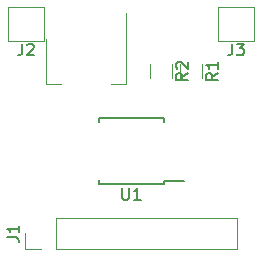
<source format=gbr>
%TF.GenerationSoftware,KiCad,Pcbnew,5.1.6-c6e7f7d~86~ubuntu18.04.1*%
%TF.CreationDate,2020-05-18T18:47:09-04:00*%
%TF.ProjectId,battery,62617474-6572-4792-9e6b-696361645f70,rev?*%
%TF.SameCoordinates,Original*%
%TF.FileFunction,Legend,Top*%
%TF.FilePolarity,Positive*%
%FSLAX46Y46*%
G04 Gerber Fmt 4.6, Leading zero omitted, Abs format (unit mm)*
G04 Created by KiCad (PCBNEW 5.1.6-c6e7f7d~86~ubuntu18.04.1) date 2020-05-18 18:47:09*
%MOMM*%
%LPD*%
G01*
G04 APERTURE LIST*
%ADD10C,0.120000*%
%ADD11C,0.150000*%
G04 APERTURE END LIST*
D10*
%TO.C,J1*%
X134560000Y-102930000D02*
X134560000Y-101600000D01*
X135890000Y-102930000D02*
X134560000Y-102930000D01*
X137160000Y-102930000D02*
X137160000Y-100270000D01*
X137160000Y-100270000D02*
X152460000Y-100270000D01*
X137160000Y-102930000D02*
X152460000Y-102930000D01*
X152460000Y-102930000D02*
X152460000Y-100270000D01*
%TO.C,J3*%
X150900000Y-82420000D02*
X153900000Y-82420000D01*
X153900000Y-82420000D02*
X153900000Y-85270000D01*
X150900000Y-82420000D02*
X150900000Y-85270000D01*
X150900000Y-85270000D02*
X153900000Y-85270000D01*
%TO.C,J2*%
X133120000Y-82420000D02*
X136120000Y-82420000D01*
X136120000Y-82420000D02*
X136120000Y-85270000D01*
X133120000Y-82420000D02*
X133120000Y-85270000D01*
X133120000Y-85270000D02*
X136120000Y-85270000D01*
%TO.C,U2*%
X136290000Y-88930000D02*
X137550000Y-88930000D01*
X143110000Y-88930000D02*
X141850000Y-88930000D01*
X136290000Y-85170000D02*
X136290000Y-88930000D01*
X143110000Y-82920000D02*
X143110000Y-88930000D01*
D11*
%TO.C,U1*%
X146260000Y-97370000D02*
X146260000Y-97165000D01*
X140760000Y-97370000D02*
X140760000Y-97070000D01*
X140760000Y-91860000D02*
X140760000Y-92160000D01*
X146260000Y-91860000D02*
X146260000Y-92160000D01*
X146260000Y-97370000D02*
X140760000Y-97370000D01*
X146260000Y-91860000D02*
X140760000Y-91860000D01*
X146260000Y-97165000D02*
X148010000Y-97165000D01*
D10*
%TO.C,R2*%
X145140000Y-87245436D02*
X145140000Y-88449564D01*
X146960000Y-87245436D02*
X146960000Y-88449564D01*
%TO.C,R1*%
X147680000Y-87245436D02*
X147680000Y-88449564D01*
X149500000Y-87245436D02*
X149500000Y-88449564D01*
%TO.C,J1*%
D11*
X133012380Y-101933333D02*
X133726666Y-101933333D01*
X133869523Y-101980952D01*
X133964761Y-102076190D01*
X134012380Y-102219047D01*
X134012380Y-102314285D01*
X134012380Y-100933333D02*
X134012380Y-101504761D01*
X134012380Y-101219047D02*
X133012380Y-101219047D01*
X133155238Y-101314285D01*
X133250476Y-101409523D01*
X133298095Y-101504761D01*
%TO.C,J3*%
X152066666Y-85522380D02*
X152066666Y-86236666D01*
X152019047Y-86379523D01*
X151923809Y-86474761D01*
X151780952Y-86522380D01*
X151685714Y-86522380D01*
X152447619Y-85522380D02*
X153066666Y-85522380D01*
X152733333Y-85903333D01*
X152876190Y-85903333D01*
X152971428Y-85950952D01*
X153019047Y-85998571D01*
X153066666Y-86093809D01*
X153066666Y-86331904D01*
X153019047Y-86427142D01*
X152971428Y-86474761D01*
X152876190Y-86522380D01*
X152590476Y-86522380D01*
X152495238Y-86474761D01*
X152447619Y-86427142D01*
%TO.C,J2*%
X134286666Y-85522380D02*
X134286666Y-86236666D01*
X134239047Y-86379523D01*
X134143809Y-86474761D01*
X134000952Y-86522380D01*
X133905714Y-86522380D01*
X134715238Y-85617619D02*
X134762857Y-85570000D01*
X134858095Y-85522380D01*
X135096190Y-85522380D01*
X135191428Y-85570000D01*
X135239047Y-85617619D01*
X135286666Y-85712857D01*
X135286666Y-85808095D01*
X135239047Y-85950952D01*
X134667619Y-86522380D01*
X135286666Y-86522380D01*
%TO.C,U1*%
X142748095Y-97747380D02*
X142748095Y-98556904D01*
X142795714Y-98652142D01*
X142843333Y-98699761D01*
X142938571Y-98747380D01*
X143129047Y-98747380D01*
X143224285Y-98699761D01*
X143271904Y-98652142D01*
X143319523Y-98556904D01*
X143319523Y-97747380D01*
X144319523Y-98747380D02*
X143748095Y-98747380D01*
X144033809Y-98747380D02*
X144033809Y-97747380D01*
X143938571Y-97890238D01*
X143843333Y-97985476D01*
X143748095Y-98033095D01*
%TO.C,R2*%
X148322380Y-88014166D02*
X147846190Y-88347500D01*
X148322380Y-88585595D02*
X147322380Y-88585595D01*
X147322380Y-88204642D01*
X147370000Y-88109404D01*
X147417619Y-88061785D01*
X147512857Y-88014166D01*
X147655714Y-88014166D01*
X147750952Y-88061785D01*
X147798571Y-88109404D01*
X147846190Y-88204642D01*
X147846190Y-88585595D01*
X147417619Y-87633214D02*
X147370000Y-87585595D01*
X147322380Y-87490357D01*
X147322380Y-87252261D01*
X147370000Y-87157023D01*
X147417619Y-87109404D01*
X147512857Y-87061785D01*
X147608095Y-87061785D01*
X147750952Y-87109404D01*
X148322380Y-87680833D01*
X148322380Y-87061785D01*
%TO.C,R1*%
X150862380Y-88014166D02*
X150386190Y-88347500D01*
X150862380Y-88585595D02*
X149862380Y-88585595D01*
X149862380Y-88204642D01*
X149910000Y-88109404D01*
X149957619Y-88061785D01*
X150052857Y-88014166D01*
X150195714Y-88014166D01*
X150290952Y-88061785D01*
X150338571Y-88109404D01*
X150386190Y-88204642D01*
X150386190Y-88585595D01*
X150862380Y-87061785D02*
X150862380Y-87633214D01*
X150862380Y-87347500D02*
X149862380Y-87347500D01*
X150005238Y-87442738D01*
X150100476Y-87537976D01*
X150148095Y-87633214D01*
%TD*%
M02*

</source>
